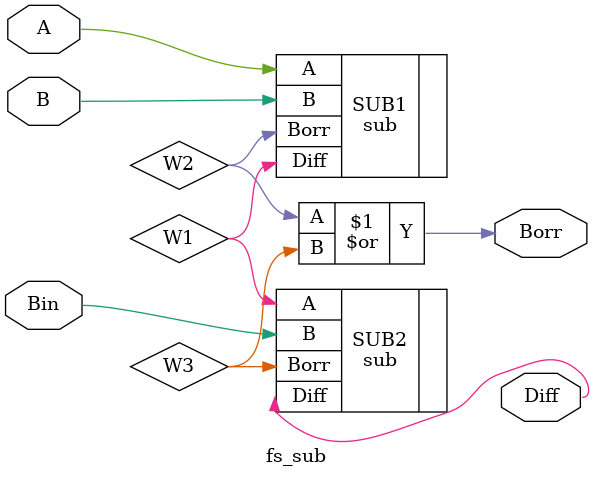
<source format=v>
`include "sub.v"
module fs_sub(output Diff,Borr,input A,B,Bin);
wire W1,W2,W3;
sub SUB1(.Diff(W1),.Borr(W2),.A(A),.B(B));
sub SUB2(.Diff(Diff),.Borr(W3),.A(W1),.B(Bin));
or OR1(Borr,W2,W3);

endmodule
</source>
